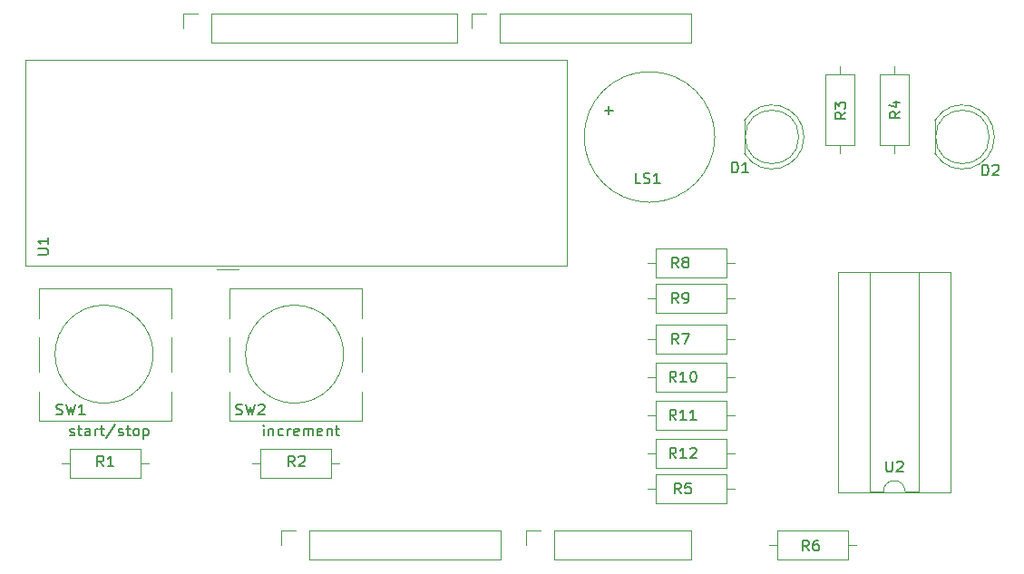
<source format=gbr>
%TF.GenerationSoftware,KiCad,Pcbnew,7.0.1*%
%TF.CreationDate,2023-04-11T21:22:03-06:00*%
%TF.ProjectId,Phase_A_UnoShield,50686173-655f-4415-9f55-6e6f53686965,rev?*%
%TF.SameCoordinates,Original*%
%TF.FileFunction,Legend,Top*%
%TF.FilePolarity,Positive*%
%FSLAX46Y46*%
G04 Gerber Fmt 4.6, Leading zero omitted, Abs format (unit mm)*
G04 Created by KiCad (PCBNEW 7.0.1) date 2023-04-11 21:22:03*
%MOMM*%
%LPD*%
G01*
G04 APERTURE LIST*
%ADD10C,0.150000*%
%ADD11C,0.120000*%
G04 APERTURE END LIST*
D10*
X106870476Y-87206000D02*
X106965714Y-87253619D01*
X106965714Y-87253619D02*
X107156190Y-87253619D01*
X107156190Y-87253619D02*
X107251428Y-87206000D01*
X107251428Y-87206000D02*
X107299047Y-87110761D01*
X107299047Y-87110761D02*
X107299047Y-87063142D01*
X107299047Y-87063142D02*
X107251428Y-86967904D01*
X107251428Y-86967904D02*
X107156190Y-86920285D01*
X107156190Y-86920285D02*
X107013333Y-86920285D01*
X107013333Y-86920285D02*
X106918095Y-86872666D01*
X106918095Y-86872666D02*
X106870476Y-86777428D01*
X106870476Y-86777428D02*
X106870476Y-86729809D01*
X106870476Y-86729809D02*
X106918095Y-86634571D01*
X106918095Y-86634571D02*
X107013333Y-86586952D01*
X107013333Y-86586952D02*
X107156190Y-86586952D01*
X107156190Y-86586952D02*
X107251428Y-86634571D01*
X107584762Y-86586952D02*
X107965714Y-86586952D01*
X107727619Y-86253619D02*
X107727619Y-87110761D01*
X107727619Y-87110761D02*
X107775238Y-87206000D01*
X107775238Y-87206000D02*
X107870476Y-87253619D01*
X107870476Y-87253619D02*
X107965714Y-87253619D01*
X108727619Y-87253619D02*
X108727619Y-86729809D01*
X108727619Y-86729809D02*
X108680000Y-86634571D01*
X108680000Y-86634571D02*
X108584762Y-86586952D01*
X108584762Y-86586952D02*
X108394286Y-86586952D01*
X108394286Y-86586952D02*
X108299048Y-86634571D01*
X108727619Y-87206000D02*
X108632381Y-87253619D01*
X108632381Y-87253619D02*
X108394286Y-87253619D01*
X108394286Y-87253619D02*
X108299048Y-87206000D01*
X108299048Y-87206000D02*
X108251429Y-87110761D01*
X108251429Y-87110761D02*
X108251429Y-87015523D01*
X108251429Y-87015523D02*
X108299048Y-86920285D01*
X108299048Y-86920285D02*
X108394286Y-86872666D01*
X108394286Y-86872666D02*
X108632381Y-86872666D01*
X108632381Y-86872666D02*
X108727619Y-86825047D01*
X109203810Y-87253619D02*
X109203810Y-86586952D01*
X109203810Y-86777428D02*
X109251429Y-86682190D01*
X109251429Y-86682190D02*
X109299048Y-86634571D01*
X109299048Y-86634571D02*
X109394286Y-86586952D01*
X109394286Y-86586952D02*
X109489524Y-86586952D01*
X109680001Y-86586952D02*
X110060953Y-86586952D01*
X109822858Y-86253619D02*
X109822858Y-87110761D01*
X109822858Y-87110761D02*
X109870477Y-87206000D01*
X109870477Y-87206000D02*
X109965715Y-87253619D01*
X109965715Y-87253619D02*
X110060953Y-87253619D01*
X111108572Y-86206000D02*
X110251430Y-87491714D01*
X111394287Y-87206000D02*
X111489525Y-87253619D01*
X111489525Y-87253619D02*
X111680001Y-87253619D01*
X111680001Y-87253619D02*
X111775239Y-87206000D01*
X111775239Y-87206000D02*
X111822858Y-87110761D01*
X111822858Y-87110761D02*
X111822858Y-87063142D01*
X111822858Y-87063142D02*
X111775239Y-86967904D01*
X111775239Y-86967904D02*
X111680001Y-86920285D01*
X111680001Y-86920285D02*
X111537144Y-86920285D01*
X111537144Y-86920285D02*
X111441906Y-86872666D01*
X111441906Y-86872666D02*
X111394287Y-86777428D01*
X111394287Y-86777428D02*
X111394287Y-86729809D01*
X111394287Y-86729809D02*
X111441906Y-86634571D01*
X111441906Y-86634571D02*
X111537144Y-86586952D01*
X111537144Y-86586952D02*
X111680001Y-86586952D01*
X111680001Y-86586952D02*
X111775239Y-86634571D01*
X112108573Y-86586952D02*
X112489525Y-86586952D01*
X112251430Y-86253619D02*
X112251430Y-87110761D01*
X112251430Y-87110761D02*
X112299049Y-87206000D01*
X112299049Y-87206000D02*
X112394287Y-87253619D01*
X112394287Y-87253619D02*
X112489525Y-87253619D01*
X112965716Y-87253619D02*
X112870478Y-87206000D01*
X112870478Y-87206000D02*
X112822859Y-87158380D01*
X112822859Y-87158380D02*
X112775240Y-87063142D01*
X112775240Y-87063142D02*
X112775240Y-86777428D01*
X112775240Y-86777428D02*
X112822859Y-86682190D01*
X112822859Y-86682190D02*
X112870478Y-86634571D01*
X112870478Y-86634571D02*
X112965716Y-86586952D01*
X112965716Y-86586952D02*
X113108573Y-86586952D01*
X113108573Y-86586952D02*
X113203811Y-86634571D01*
X113203811Y-86634571D02*
X113251430Y-86682190D01*
X113251430Y-86682190D02*
X113299049Y-86777428D01*
X113299049Y-86777428D02*
X113299049Y-87063142D01*
X113299049Y-87063142D02*
X113251430Y-87158380D01*
X113251430Y-87158380D02*
X113203811Y-87206000D01*
X113203811Y-87206000D02*
X113108573Y-87253619D01*
X113108573Y-87253619D02*
X112965716Y-87253619D01*
X113727621Y-86586952D02*
X113727621Y-87586952D01*
X113727621Y-86634571D02*
X113822859Y-86586952D01*
X113822859Y-86586952D02*
X114013335Y-86586952D01*
X114013335Y-86586952D02*
X114108573Y-86634571D01*
X114108573Y-86634571D02*
X114156192Y-86682190D01*
X114156192Y-86682190D02*
X114203811Y-86777428D01*
X114203811Y-86777428D02*
X114203811Y-87063142D01*
X114203811Y-87063142D02*
X114156192Y-87158380D01*
X114156192Y-87158380D02*
X114108573Y-87206000D01*
X114108573Y-87206000D02*
X114013335Y-87253619D01*
X114013335Y-87253619D02*
X113822859Y-87253619D01*
X113822859Y-87253619D02*
X113727621Y-87206000D01*
X124952095Y-87253619D02*
X124952095Y-86586952D01*
X124952095Y-86253619D02*
X124904476Y-86301238D01*
X124904476Y-86301238D02*
X124952095Y-86348857D01*
X124952095Y-86348857D02*
X124999714Y-86301238D01*
X124999714Y-86301238D02*
X124952095Y-86253619D01*
X124952095Y-86253619D02*
X124952095Y-86348857D01*
X125428285Y-86586952D02*
X125428285Y-87253619D01*
X125428285Y-86682190D02*
X125475904Y-86634571D01*
X125475904Y-86634571D02*
X125571142Y-86586952D01*
X125571142Y-86586952D02*
X125713999Y-86586952D01*
X125713999Y-86586952D02*
X125809237Y-86634571D01*
X125809237Y-86634571D02*
X125856856Y-86729809D01*
X125856856Y-86729809D02*
X125856856Y-87253619D01*
X126761618Y-87206000D02*
X126666380Y-87253619D01*
X126666380Y-87253619D02*
X126475904Y-87253619D01*
X126475904Y-87253619D02*
X126380666Y-87206000D01*
X126380666Y-87206000D02*
X126333047Y-87158380D01*
X126333047Y-87158380D02*
X126285428Y-87063142D01*
X126285428Y-87063142D02*
X126285428Y-86777428D01*
X126285428Y-86777428D02*
X126333047Y-86682190D01*
X126333047Y-86682190D02*
X126380666Y-86634571D01*
X126380666Y-86634571D02*
X126475904Y-86586952D01*
X126475904Y-86586952D02*
X126666380Y-86586952D01*
X126666380Y-86586952D02*
X126761618Y-86634571D01*
X127190190Y-87253619D02*
X127190190Y-86586952D01*
X127190190Y-86777428D02*
X127237809Y-86682190D01*
X127237809Y-86682190D02*
X127285428Y-86634571D01*
X127285428Y-86634571D02*
X127380666Y-86586952D01*
X127380666Y-86586952D02*
X127475904Y-86586952D01*
X128190190Y-87206000D02*
X128094952Y-87253619D01*
X128094952Y-87253619D02*
X127904476Y-87253619D01*
X127904476Y-87253619D02*
X127809238Y-87206000D01*
X127809238Y-87206000D02*
X127761619Y-87110761D01*
X127761619Y-87110761D02*
X127761619Y-86729809D01*
X127761619Y-86729809D02*
X127809238Y-86634571D01*
X127809238Y-86634571D02*
X127904476Y-86586952D01*
X127904476Y-86586952D02*
X128094952Y-86586952D01*
X128094952Y-86586952D02*
X128190190Y-86634571D01*
X128190190Y-86634571D02*
X128237809Y-86729809D01*
X128237809Y-86729809D02*
X128237809Y-86825047D01*
X128237809Y-86825047D02*
X127761619Y-86920285D01*
X128666381Y-87253619D02*
X128666381Y-86586952D01*
X128666381Y-86682190D02*
X128714000Y-86634571D01*
X128714000Y-86634571D02*
X128809238Y-86586952D01*
X128809238Y-86586952D02*
X128952095Y-86586952D01*
X128952095Y-86586952D02*
X129047333Y-86634571D01*
X129047333Y-86634571D02*
X129094952Y-86729809D01*
X129094952Y-86729809D02*
X129094952Y-87253619D01*
X129094952Y-86729809D02*
X129142571Y-86634571D01*
X129142571Y-86634571D02*
X129237809Y-86586952D01*
X129237809Y-86586952D02*
X129380666Y-86586952D01*
X129380666Y-86586952D02*
X129475905Y-86634571D01*
X129475905Y-86634571D02*
X129523524Y-86729809D01*
X129523524Y-86729809D02*
X129523524Y-87253619D01*
X130380666Y-87206000D02*
X130285428Y-87253619D01*
X130285428Y-87253619D02*
X130094952Y-87253619D01*
X130094952Y-87253619D02*
X129999714Y-87206000D01*
X129999714Y-87206000D02*
X129952095Y-87110761D01*
X129952095Y-87110761D02*
X129952095Y-86729809D01*
X129952095Y-86729809D02*
X129999714Y-86634571D01*
X129999714Y-86634571D02*
X130094952Y-86586952D01*
X130094952Y-86586952D02*
X130285428Y-86586952D01*
X130285428Y-86586952D02*
X130380666Y-86634571D01*
X130380666Y-86634571D02*
X130428285Y-86729809D01*
X130428285Y-86729809D02*
X130428285Y-86825047D01*
X130428285Y-86825047D02*
X129952095Y-86920285D01*
X130856857Y-86586952D02*
X130856857Y-87253619D01*
X130856857Y-86682190D02*
X130904476Y-86634571D01*
X130904476Y-86634571D02*
X130999714Y-86586952D01*
X130999714Y-86586952D02*
X131142571Y-86586952D01*
X131142571Y-86586952D02*
X131237809Y-86634571D01*
X131237809Y-86634571D02*
X131285428Y-86729809D01*
X131285428Y-86729809D02*
X131285428Y-87253619D01*
X131618762Y-86586952D02*
X131999714Y-86586952D01*
X131761619Y-86253619D02*
X131761619Y-87110761D01*
X131761619Y-87110761D02*
X131809238Y-87206000D01*
X131809238Y-87206000D02*
X131904476Y-87253619D01*
X131904476Y-87253619D02*
X131999714Y-87253619D01*
%TO.C,D2*%
X192047905Y-62946619D02*
X192047905Y-61946619D01*
X192047905Y-61946619D02*
X192286000Y-61946619D01*
X192286000Y-61946619D02*
X192428857Y-61994238D01*
X192428857Y-61994238D02*
X192524095Y-62089476D01*
X192524095Y-62089476D02*
X192571714Y-62184714D01*
X192571714Y-62184714D02*
X192619333Y-62375190D01*
X192619333Y-62375190D02*
X192619333Y-62518047D01*
X192619333Y-62518047D02*
X192571714Y-62708523D01*
X192571714Y-62708523D02*
X192524095Y-62803761D01*
X192524095Y-62803761D02*
X192428857Y-62899000D01*
X192428857Y-62899000D02*
X192286000Y-62946619D01*
X192286000Y-62946619D02*
X192047905Y-62946619D01*
X193000286Y-62041857D02*
X193047905Y-61994238D01*
X193047905Y-61994238D02*
X193143143Y-61946619D01*
X193143143Y-61946619D02*
X193381238Y-61946619D01*
X193381238Y-61946619D02*
X193476476Y-61994238D01*
X193476476Y-61994238D02*
X193524095Y-62041857D01*
X193524095Y-62041857D02*
X193571714Y-62137095D01*
X193571714Y-62137095D02*
X193571714Y-62232333D01*
X193571714Y-62232333D02*
X193524095Y-62375190D01*
X193524095Y-62375190D02*
X192952667Y-62946619D01*
X192952667Y-62946619D02*
X193571714Y-62946619D01*
%TO.C,U2*%
X183048095Y-89632619D02*
X183048095Y-90442142D01*
X183048095Y-90442142D02*
X183095714Y-90537380D01*
X183095714Y-90537380D02*
X183143333Y-90585000D01*
X183143333Y-90585000D02*
X183238571Y-90632619D01*
X183238571Y-90632619D02*
X183429047Y-90632619D01*
X183429047Y-90632619D02*
X183524285Y-90585000D01*
X183524285Y-90585000D02*
X183571904Y-90537380D01*
X183571904Y-90537380D02*
X183619523Y-90442142D01*
X183619523Y-90442142D02*
X183619523Y-89632619D01*
X184048095Y-89727857D02*
X184095714Y-89680238D01*
X184095714Y-89680238D02*
X184190952Y-89632619D01*
X184190952Y-89632619D02*
X184429047Y-89632619D01*
X184429047Y-89632619D02*
X184524285Y-89680238D01*
X184524285Y-89680238D02*
X184571904Y-89727857D01*
X184571904Y-89727857D02*
X184619523Y-89823095D01*
X184619523Y-89823095D02*
X184619523Y-89918333D01*
X184619523Y-89918333D02*
X184571904Y-90061190D01*
X184571904Y-90061190D02*
X184000476Y-90632619D01*
X184000476Y-90632619D02*
X184619523Y-90632619D01*
%TO.C,R8*%
X163663333Y-71582619D02*
X163330000Y-71106428D01*
X163091905Y-71582619D02*
X163091905Y-70582619D01*
X163091905Y-70582619D02*
X163472857Y-70582619D01*
X163472857Y-70582619D02*
X163568095Y-70630238D01*
X163568095Y-70630238D02*
X163615714Y-70677857D01*
X163615714Y-70677857D02*
X163663333Y-70773095D01*
X163663333Y-70773095D02*
X163663333Y-70915952D01*
X163663333Y-70915952D02*
X163615714Y-71011190D01*
X163615714Y-71011190D02*
X163568095Y-71058809D01*
X163568095Y-71058809D02*
X163472857Y-71106428D01*
X163472857Y-71106428D02*
X163091905Y-71106428D01*
X164234762Y-71011190D02*
X164139524Y-70963571D01*
X164139524Y-70963571D02*
X164091905Y-70915952D01*
X164091905Y-70915952D02*
X164044286Y-70820714D01*
X164044286Y-70820714D02*
X164044286Y-70773095D01*
X164044286Y-70773095D02*
X164091905Y-70677857D01*
X164091905Y-70677857D02*
X164139524Y-70630238D01*
X164139524Y-70630238D02*
X164234762Y-70582619D01*
X164234762Y-70582619D02*
X164425238Y-70582619D01*
X164425238Y-70582619D02*
X164520476Y-70630238D01*
X164520476Y-70630238D02*
X164568095Y-70677857D01*
X164568095Y-70677857D02*
X164615714Y-70773095D01*
X164615714Y-70773095D02*
X164615714Y-70820714D01*
X164615714Y-70820714D02*
X164568095Y-70915952D01*
X164568095Y-70915952D02*
X164520476Y-70963571D01*
X164520476Y-70963571D02*
X164425238Y-71011190D01*
X164425238Y-71011190D02*
X164234762Y-71011190D01*
X164234762Y-71011190D02*
X164139524Y-71058809D01*
X164139524Y-71058809D02*
X164091905Y-71106428D01*
X164091905Y-71106428D02*
X164044286Y-71201666D01*
X164044286Y-71201666D02*
X164044286Y-71392142D01*
X164044286Y-71392142D02*
X164091905Y-71487380D01*
X164091905Y-71487380D02*
X164139524Y-71535000D01*
X164139524Y-71535000D02*
X164234762Y-71582619D01*
X164234762Y-71582619D02*
X164425238Y-71582619D01*
X164425238Y-71582619D02*
X164520476Y-71535000D01*
X164520476Y-71535000D02*
X164568095Y-71487380D01*
X164568095Y-71487380D02*
X164615714Y-71392142D01*
X164615714Y-71392142D02*
X164615714Y-71201666D01*
X164615714Y-71201666D02*
X164568095Y-71106428D01*
X164568095Y-71106428D02*
X164520476Y-71058809D01*
X164520476Y-71058809D02*
X164425238Y-71011190D01*
%TO.C,R5*%
X163917333Y-92664619D02*
X163584000Y-92188428D01*
X163345905Y-92664619D02*
X163345905Y-91664619D01*
X163345905Y-91664619D02*
X163726857Y-91664619D01*
X163726857Y-91664619D02*
X163822095Y-91712238D01*
X163822095Y-91712238D02*
X163869714Y-91759857D01*
X163869714Y-91759857D02*
X163917333Y-91855095D01*
X163917333Y-91855095D02*
X163917333Y-91997952D01*
X163917333Y-91997952D02*
X163869714Y-92093190D01*
X163869714Y-92093190D02*
X163822095Y-92140809D01*
X163822095Y-92140809D02*
X163726857Y-92188428D01*
X163726857Y-92188428D02*
X163345905Y-92188428D01*
X164822095Y-91664619D02*
X164345905Y-91664619D01*
X164345905Y-91664619D02*
X164298286Y-92140809D01*
X164298286Y-92140809D02*
X164345905Y-92093190D01*
X164345905Y-92093190D02*
X164441143Y-92045571D01*
X164441143Y-92045571D02*
X164679238Y-92045571D01*
X164679238Y-92045571D02*
X164774476Y-92093190D01*
X164774476Y-92093190D02*
X164822095Y-92140809D01*
X164822095Y-92140809D02*
X164869714Y-92236047D01*
X164869714Y-92236047D02*
X164869714Y-92474142D01*
X164869714Y-92474142D02*
X164822095Y-92569380D01*
X164822095Y-92569380D02*
X164774476Y-92617000D01*
X164774476Y-92617000D02*
X164679238Y-92664619D01*
X164679238Y-92664619D02*
X164441143Y-92664619D01*
X164441143Y-92664619D02*
X164345905Y-92617000D01*
X164345905Y-92617000D02*
X164298286Y-92569380D01*
%TO.C,D1*%
X168679905Y-62692619D02*
X168679905Y-61692619D01*
X168679905Y-61692619D02*
X168918000Y-61692619D01*
X168918000Y-61692619D02*
X169060857Y-61740238D01*
X169060857Y-61740238D02*
X169156095Y-61835476D01*
X169156095Y-61835476D02*
X169203714Y-61930714D01*
X169203714Y-61930714D02*
X169251333Y-62121190D01*
X169251333Y-62121190D02*
X169251333Y-62264047D01*
X169251333Y-62264047D02*
X169203714Y-62454523D01*
X169203714Y-62454523D02*
X169156095Y-62549761D01*
X169156095Y-62549761D02*
X169060857Y-62645000D01*
X169060857Y-62645000D02*
X168918000Y-62692619D01*
X168918000Y-62692619D02*
X168679905Y-62692619D01*
X170203714Y-62692619D02*
X169632286Y-62692619D01*
X169918000Y-62692619D02*
X169918000Y-61692619D01*
X169918000Y-61692619D02*
X169822762Y-61835476D01*
X169822762Y-61835476D02*
X169727524Y-61930714D01*
X169727524Y-61930714D02*
X169632286Y-61978333D01*
%TO.C,R1*%
X109993333Y-90124619D02*
X109660000Y-89648428D01*
X109421905Y-90124619D02*
X109421905Y-89124619D01*
X109421905Y-89124619D02*
X109802857Y-89124619D01*
X109802857Y-89124619D02*
X109898095Y-89172238D01*
X109898095Y-89172238D02*
X109945714Y-89219857D01*
X109945714Y-89219857D02*
X109993333Y-89315095D01*
X109993333Y-89315095D02*
X109993333Y-89457952D01*
X109993333Y-89457952D02*
X109945714Y-89553190D01*
X109945714Y-89553190D02*
X109898095Y-89600809D01*
X109898095Y-89600809D02*
X109802857Y-89648428D01*
X109802857Y-89648428D02*
X109421905Y-89648428D01*
X110945714Y-90124619D02*
X110374286Y-90124619D01*
X110660000Y-90124619D02*
X110660000Y-89124619D01*
X110660000Y-89124619D02*
X110564762Y-89267476D01*
X110564762Y-89267476D02*
X110469524Y-89362714D01*
X110469524Y-89362714D02*
X110374286Y-89410333D01*
%TO.C,LS1*%
X160139142Y-63708619D02*
X159662952Y-63708619D01*
X159662952Y-63708619D02*
X159662952Y-62708619D01*
X160424857Y-63661000D02*
X160567714Y-63708619D01*
X160567714Y-63708619D02*
X160805809Y-63708619D01*
X160805809Y-63708619D02*
X160901047Y-63661000D01*
X160901047Y-63661000D02*
X160948666Y-63613380D01*
X160948666Y-63613380D02*
X160996285Y-63518142D01*
X160996285Y-63518142D02*
X160996285Y-63422904D01*
X160996285Y-63422904D02*
X160948666Y-63327666D01*
X160948666Y-63327666D02*
X160901047Y-63280047D01*
X160901047Y-63280047D02*
X160805809Y-63232428D01*
X160805809Y-63232428D02*
X160615333Y-63184809D01*
X160615333Y-63184809D02*
X160520095Y-63137190D01*
X160520095Y-63137190D02*
X160472476Y-63089571D01*
X160472476Y-63089571D02*
X160424857Y-62994333D01*
X160424857Y-62994333D02*
X160424857Y-62899095D01*
X160424857Y-62899095D02*
X160472476Y-62803857D01*
X160472476Y-62803857D02*
X160520095Y-62756238D01*
X160520095Y-62756238D02*
X160615333Y-62708619D01*
X160615333Y-62708619D02*
X160853428Y-62708619D01*
X160853428Y-62708619D02*
X160996285Y-62756238D01*
X161948666Y-63708619D02*
X161377238Y-63708619D01*
X161662952Y-63708619D02*
X161662952Y-62708619D01*
X161662952Y-62708619D02*
X161567714Y-62851476D01*
X161567714Y-62851476D02*
X161472476Y-62946714D01*
X161472476Y-62946714D02*
X161377238Y-62994333D01*
X156769048Y-56901666D02*
X157530953Y-56901666D01*
X157150000Y-57282619D02*
X157150000Y-56520714D01*
%TO.C,R2*%
X127849333Y-90124619D02*
X127516000Y-89648428D01*
X127277905Y-90124619D02*
X127277905Y-89124619D01*
X127277905Y-89124619D02*
X127658857Y-89124619D01*
X127658857Y-89124619D02*
X127754095Y-89172238D01*
X127754095Y-89172238D02*
X127801714Y-89219857D01*
X127801714Y-89219857D02*
X127849333Y-89315095D01*
X127849333Y-89315095D02*
X127849333Y-89457952D01*
X127849333Y-89457952D02*
X127801714Y-89553190D01*
X127801714Y-89553190D02*
X127754095Y-89600809D01*
X127754095Y-89600809D02*
X127658857Y-89648428D01*
X127658857Y-89648428D02*
X127277905Y-89648428D01*
X128230286Y-89219857D02*
X128277905Y-89172238D01*
X128277905Y-89172238D02*
X128373143Y-89124619D01*
X128373143Y-89124619D02*
X128611238Y-89124619D01*
X128611238Y-89124619D02*
X128706476Y-89172238D01*
X128706476Y-89172238D02*
X128754095Y-89219857D01*
X128754095Y-89219857D02*
X128801714Y-89315095D01*
X128801714Y-89315095D02*
X128801714Y-89410333D01*
X128801714Y-89410333D02*
X128754095Y-89553190D01*
X128754095Y-89553190D02*
X128182667Y-90124619D01*
X128182667Y-90124619D02*
X128801714Y-90124619D01*
%TO.C,SW1*%
X105600667Y-85251000D02*
X105743524Y-85298619D01*
X105743524Y-85298619D02*
X105981619Y-85298619D01*
X105981619Y-85298619D02*
X106076857Y-85251000D01*
X106076857Y-85251000D02*
X106124476Y-85203380D01*
X106124476Y-85203380D02*
X106172095Y-85108142D01*
X106172095Y-85108142D02*
X106172095Y-85012904D01*
X106172095Y-85012904D02*
X106124476Y-84917666D01*
X106124476Y-84917666D02*
X106076857Y-84870047D01*
X106076857Y-84870047D02*
X105981619Y-84822428D01*
X105981619Y-84822428D02*
X105791143Y-84774809D01*
X105791143Y-84774809D02*
X105695905Y-84727190D01*
X105695905Y-84727190D02*
X105648286Y-84679571D01*
X105648286Y-84679571D02*
X105600667Y-84584333D01*
X105600667Y-84584333D02*
X105600667Y-84489095D01*
X105600667Y-84489095D02*
X105648286Y-84393857D01*
X105648286Y-84393857D02*
X105695905Y-84346238D01*
X105695905Y-84346238D02*
X105791143Y-84298619D01*
X105791143Y-84298619D02*
X106029238Y-84298619D01*
X106029238Y-84298619D02*
X106172095Y-84346238D01*
X106505429Y-84298619D02*
X106743524Y-85298619D01*
X106743524Y-85298619D02*
X106934000Y-84584333D01*
X106934000Y-84584333D02*
X107124476Y-85298619D01*
X107124476Y-85298619D02*
X107362572Y-84298619D01*
X108267333Y-85298619D02*
X107695905Y-85298619D01*
X107981619Y-85298619D02*
X107981619Y-84298619D01*
X107981619Y-84298619D02*
X107886381Y-84441476D01*
X107886381Y-84441476D02*
X107791143Y-84536714D01*
X107791143Y-84536714D02*
X107695905Y-84584333D01*
%TO.C,SW2*%
X122364667Y-85251000D02*
X122507524Y-85298619D01*
X122507524Y-85298619D02*
X122745619Y-85298619D01*
X122745619Y-85298619D02*
X122840857Y-85251000D01*
X122840857Y-85251000D02*
X122888476Y-85203380D01*
X122888476Y-85203380D02*
X122936095Y-85108142D01*
X122936095Y-85108142D02*
X122936095Y-85012904D01*
X122936095Y-85012904D02*
X122888476Y-84917666D01*
X122888476Y-84917666D02*
X122840857Y-84870047D01*
X122840857Y-84870047D02*
X122745619Y-84822428D01*
X122745619Y-84822428D02*
X122555143Y-84774809D01*
X122555143Y-84774809D02*
X122459905Y-84727190D01*
X122459905Y-84727190D02*
X122412286Y-84679571D01*
X122412286Y-84679571D02*
X122364667Y-84584333D01*
X122364667Y-84584333D02*
X122364667Y-84489095D01*
X122364667Y-84489095D02*
X122412286Y-84393857D01*
X122412286Y-84393857D02*
X122459905Y-84346238D01*
X122459905Y-84346238D02*
X122555143Y-84298619D01*
X122555143Y-84298619D02*
X122793238Y-84298619D01*
X122793238Y-84298619D02*
X122936095Y-84346238D01*
X123269429Y-84298619D02*
X123507524Y-85298619D01*
X123507524Y-85298619D02*
X123698000Y-84584333D01*
X123698000Y-84584333D02*
X123888476Y-85298619D01*
X123888476Y-85298619D02*
X124126572Y-84298619D01*
X124459905Y-84393857D02*
X124507524Y-84346238D01*
X124507524Y-84346238D02*
X124602762Y-84298619D01*
X124602762Y-84298619D02*
X124840857Y-84298619D01*
X124840857Y-84298619D02*
X124936095Y-84346238D01*
X124936095Y-84346238D02*
X124983714Y-84393857D01*
X124983714Y-84393857D02*
X125031333Y-84489095D01*
X125031333Y-84489095D02*
X125031333Y-84584333D01*
X125031333Y-84584333D02*
X124983714Y-84727190D01*
X124983714Y-84727190D02*
X124412286Y-85298619D01*
X124412286Y-85298619D02*
X125031333Y-85298619D01*
%TO.C,U1*%
X103856619Y-70357904D02*
X104666142Y-70357904D01*
X104666142Y-70357904D02*
X104761380Y-70310285D01*
X104761380Y-70310285D02*
X104809000Y-70262666D01*
X104809000Y-70262666D02*
X104856619Y-70167428D01*
X104856619Y-70167428D02*
X104856619Y-69976952D01*
X104856619Y-69976952D02*
X104809000Y-69881714D01*
X104809000Y-69881714D02*
X104761380Y-69834095D01*
X104761380Y-69834095D02*
X104666142Y-69786476D01*
X104666142Y-69786476D02*
X103856619Y-69786476D01*
X104856619Y-68786476D02*
X104856619Y-69357904D01*
X104856619Y-69072190D02*
X103856619Y-69072190D01*
X103856619Y-69072190D02*
X103999476Y-69167428D01*
X103999476Y-69167428D02*
X104094714Y-69262666D01*
X104094714Y-69262666D02*
X104142333Y-69357904D01*
%TO.C,R12*%
X163441142Y-89362619D02*
X163107809Y-88886428D01*
X162869714Y-89362619D02*
X162869714Y-88362619D01*
X162869714Y-88362619D02*
X163250666Y-88362619D01*
X163250666Y-88362619D02*
X163345904Y-88410238D01*
X163345904Y-88410238D02*
X163393523Y-88457857D01*
X163393523Y-88457857D02*
X163441142Y-88553095D01*
X163441142Y-88553095D02*
X163441142Y-88695952D01*
X163441142Y-88695952D02*
X163393523Y-88791190D01*
X163393523Y-88791190D02*
X163345904Y-88838809D01*
X163345904Y-88838809D02*
X163250666Y-88886428D01*
X163250666Y-88886428D02*
X162869714Y-88886428D01*
X164393523Y-89362619D02*
X163822095Y-89362619D01*
X164107809Y-89362619D02*
X164107809Y-88362619D01*
X164107809Y-88362619D02*
X164012571Y-88505476D01*
X164012571Y-88505476D02*
X163917333Y-88600714D01*
X163917333Y-88600714D02*
X163822095Y-88648333D01*
X164774476Y-88457857D02*
X164822095Y-88410238D01*
X164822095Y-88410238D02*
X164917333Y-88362619D01*
X164917333Y-88362619D02*
X165155428Y-88362619D01*
X165155428Y-88362619D02*
X165250666Y-88410238D01*
X165250666Y-88410238D02*
X165298285Y-88457857D01*
X165298285Y-88457857D02*
X165345904Y-88553095D01*
X165345904Y-88553095D02*
X165345904Y-88648333D01*
X165345904Y-88648333D02*
X165298285Y-88791190D01*
X165298285Y-88791190D02*
X164726857Y-89362619D01*
X164726857Y-89362619D02*
X165345904Y-89362619D01*
%TO.C,R10*%
X163441142Y-82250619D02*
X163107809Y-81774428D01*
X162869714Y-82250619D02*
X162869714Y-81250619D01*
X162869714Y-81250619D02*
X163250666Y-81250619D01*
X163250666Y-81250619D02*
X163345904Y-81298238D01*
X163345904Y-81298238D02*
X163393523Y-81345857D01*
X163393523Y-81345857D02*
X163441142Y-81441095D01*
X163441142Y-81441095D02*
X163441142Y-81583952D01*
X163441142Y-81583952D02*
X163393523Y-81679190D01*
X163393523Y-81679190D02*
X163345904Y-81726809D01*
X163345904Y-81726809D02*
X163250666Y-81774428D01*
X163250666Y-81774428D02*
X162869714Y-81774428D01*
X164393523Y-82250619D02*
X163822095Y-82250619D01*
X164107809Y-82250619D02*
X164107809Y-81250619D01*
X164107809Y-81250619D02*
X164012571Y-81393476D01*
X164012571Y-81393476D02*
X163917333Y-81488714D01*
X163917333Y-81488714D02*
X163822095Y-81536333D01*
X165012571Y-81250619D02*
X165107809Y-81250619D01*
X165107809Y-81250619D02*
X165203047Y-81298238D01*
X165203047Y-81298238D02*
X165250666Y-81345857D01*
X165250666Y-81345857D02*
X165298285Y-81441095D01*
X165298285Y-81441095D02*
X165345904Y-81631571D01*
X165345904Y-81631571D02*
X165345904Y-81869666D01*
X165345904Y-81869666D02*
X165298285Y-82060142D01*
X165298285Y-82060142D02*
X165250666Y-82155380D01*
X165250666Y-82155380D02*
X165203047Y-82203000D01*
X165203047Y-82203000D02*
X165107809Y-82250619D01*
X165107809Y-82250619D02*
X165012571Y-82250619D01*
X165012571Y-82250619D02*
X164917333Y-82203000D01*
X164917333Y-82203000D02*
X164869714Y-82155380D01*
X164869714Y-82155380D02*
X164822095Y-82060142D01*
X164822095Y-82060142D02*
X164774476Y-81869666D01*
X164774476Y-81869666D02*
X164774476Y-81631571D01*
X164774476Y-81631571D02*
X164822095Y-81441095D01*
X164822095Y-81441095D02*
X164869714Y-81345857D01*
X164869714Y-81345857D02*
X164917333Y-81298238D01*
X164917333Y-81298238D02*
X165012571Y-81250619D01*
%TO.C,R9*%
X163663333Y-74884619D02*
X163330000Y-74408428D01*
X163091905Y-74884619D02*
X163091905Y-73884619D01*
X163091905Y-73884619D02*
X163472857Y-73884619D01*
X163472857Y-73884619D02*
X163568095Y-73932238D01*
X163568095Y-73932238D02*
X163615714Y-73979857D01*
X163615714Y-73979857D02*
X163663333Y-74075095D01*
X163663333Y-74075095D02*
X163663333Y-74217952D01*
X163663333Y-74217952D02*
X163615714Y-74313190D01*
X163615714Y-74313190D02*
X163568095Y-74360809D01*
X163568095Y-74360809D02*
X163472857Y-74408428D01*
X163472857Y-74408428D02*
X163091905Y-74408428D01*
X164139524Y-74884619D02*
X164330000Y-74884619D01*
X164330000Y-74884619D02*
X164425238Y-74837000D01*
X164425238Y-74837000D02*
X164472857Y-74789380D01*
X164472857Y-74789380D02*
X164568095Y-74646523D01*
X164568095Y-74646523D02*
X164615714Y-74456047D01*
X164615714Y-74456047D02*
X164615714Y-74075095D01*
X164615714Y-74075095D02*
X164568095Y-73979857D01*
X164568095Y-73979857D02*
X164520476Y-73932238D01*
X164520476Y-73932238D02*
X164425238Y-73884619D01*
X164425238Y-73884619D02*
X164234762Y-73884619D01*
X164234762Y-73884619D02*
X164139524Y-73932238D01*
X164139524Y-73932238D02*
X164091905Y-73979857D01*
X164091905Y-73979857D02*
X164044286Y-74075095D01*
X164044286Y-74075095D02*
X164044286Y-74313190D01*
X164044286Y-74313190D02*
X164091905Y-74408428D01*
X164091905Y-74408428D02*
X164139524Y-74456047D01*
X164139524Y-74456047D02*
X164234762Y-74503666D01*
X164234762Y-74503666D02*
X164425238Y-74503666D01*
X164425238Y-74503666D02*
X164520476Y-74456047D01*
X164520476Y-74456047D02*
X164568095Y-74408428D01*
X164568095Y-74408428D02*
X164615714Y-74313190D01*
%TO.C,R6*%
X175855333Y-97998619D02*
X175522000Y-97522428D01*
X175283905Y-97998619D02*
X175283905Y-96998619D01*
X175283905Y-96998619D02*
X175664857Y-96998619D01*
X175664857Y-96998619D02*
X175760095Y-97046238D01*
X175760095Y-97046238D02*
X175807714Y-97093857D01*
X175807714Y-97093857D02*
X175855333Y-97189095D01*
X175855333Y-97189095D02*
X175855333Y-97331952D01*
X175855333Y-97331952D02*
X175807714Y-97427190D01*
X175807714Y-97427190D02*
X175760095Y-97474809D01*
X175760095Y-97474809D02*
X175664857Y-97522428D01*
X175664857Y-97522428D02*
X175283905Y-97522428D01*
X176712476Y-96998619D02*
X176522000Y-96998619D01*
X176522000Y-96998619D02*
X176426762Y-97046238D01*
X176426762Y-97046238D02*
X176379143Y-97093857D01*
X176379143Y-97093857D02*
X176283905Y-97236714D01*
X176283905Y-97236714D02*
X176236286Y-97427190D01*
X176236286Y-97427190D02*
X176236286Y-97808142D01*
X176236286Y-97808142D02*
X176283905Y-97903380D01*
X176283905Y-97903380D02*
X176331524Y-97951000D01*
X176331524Y-97951000D02*
X176426762Y-97998619D01*
X176426762Y-97998619D02*
X176617238Y-97998619D01*
X176617238Y-97998619D02*
X176712476Y-97951000D01*
X176712476Y-97951000D02*
X176760095Y-97903380D01*
X176760095Y-97903380D02*
X176807714Y-97808142D01*
X176807714Y-97808142D02*
X176807714Y-97570047D01*
X176807714Y-97570047D02*
X176760095Y-97474809D01*
X176760095Y-97474809D02*
X176712476Y-97427190D01*
X176712476Y-97427190D02*
X176617238Y-97379571D01*
X176617238Y-97379571D02*
X176426762Y-97379571D01*
X176426762Y-97379571D02*
X176331524Y-97427190D01*
X176331524Y-97427190D02*
X176283905Y-97474809D01*
X176283905Y-97474809D02*
X176236286Y-97570047D01*
%TO.C,R3*%
X179278619Y-57062666D02*
X178802428Y-57395999D01*
X179278619Y-57634094D02*
X178278619Y-57634094D01*
X178278619Y-57634094D02*
X178278619Y-57253142D01*
X178278619Y-57253142D02*
X178326238Y-57157904D01*
X178326238Y-57157904D02*
X178373857Y-57110285D01*
X178373857Y-57110285D02*
X178469095Y-57062666D01*
X178469095Y-57062666D02*
X178611952Y-57062666D01*
X178611952Y-57062666D02*
X178707190Y-57110285D01*
X178707190Y-57110285D02*
X178754809Y-57157904D01*
X178754809Y-57157904D02*
X178802428Y-57253142D01*
X178802428Y-57253142D02*
X178802428Y-57634094D01*
X178278619Y-56729332D02*
X178278619Y-56110285D01*
X178278619Y-56110285D02*
X178659571Y-56443618D01*
X178659571Y-56443618D02*
X178659571Y-56300761D01*
X178659571Y-56300761D02*
X178707190Y-56205523D01*
X178707190Y-56205523D02*
X178754809Y-56157904D01*
X178754809Y-56157904D02*
X178850047Y-56110285D01*
X178850047Y-56110285D02*
X179088142Y-56110285D01*
X179088142Y-56110285D02*
X179183380Y-56157904D01*
X179183380Y-56157904D02*
X179231000Y-56205523D01*
X179231000Y-56205523D02*
X179278619Y-56300761D01*
X179278619Y-56300761D02*
X179278619Y-56586475D01*
X179278619Y-56586475D02*
X179231000Y-56681713D01*
X179231000Y-56681713D02*
X179183380Y-56729332D01*
%TO.C,R7*%
X163663333Y-78694619D02*
X163330000Y-78218428D01*
X163091905Y-78694619D02*
X163091905Y-77694619D01*
X163091905Y-77694619D02*
X163472857Y-77694619D01*
X163472857Y-77694619D02*
X163568095Y-77742238D01*
X163568095Y-77742238D02*
X163615714Y-77789857D01*
X163615714Y-77789857D02*
X163663333Y-77885095D01*
X163663333Y-77885095D02*
X163663333Y-78027952D01*
X163663333Y-78027952D02*
X163615714Y-78123190D01*
X163615714Y-78123190D02*
X163568095Y-78170809D01*
X163568095Y-78170809D02*
X163472857Y-78218428D01*
X163472857Y-78218428D02*
X163091905Y-78218428D01*
X163996667Y-77694619D02*
X164663333Y-77694619D01*
X164663333Y-77694619D02*
X164234762Y-78694619D01*
%TO.C,R11*%
X163441142Y-85806619D02*
X163107809Y-85330428D01*
X162869714Y-85806619D02*
X162869714Y-84806619D01*
X162869714Y-84806619D02*
X163250666Y-84806619D01*
X163250666Y-84806619D02*
X163345904Y-84854238D01*
X163345904Y-84854238D02*
X163393523Y-84901857D01*
X163393523Y-84901857D02*
X163441142Y-84997095D01*
X163441142Y-84997095D02*
X163441142Y-85139952D01*
X163441142Y-85139952D02*
X163393523Y-85235190D01*
X163393523Y-85235190D02*
X163345904Y-85282809D01*
X163345904Y-85282809D02*
X163250666Y-85330428D01*
X163250666Y-85330428D02*
X162869714Y-85330428D01*
X164393523Y-85806619D02*
X163822095Y-85806619D01*
X164107809Y-85806619D02*
X164107809Y-84806619D01*
X164107809Y-84806619D02*
X164012571Y-84949476D01*
X164012571Y-84949476D02*
X163917333Y-85044714D01*
X163917333Y-85044714D02*
X163822095Y-85092333D01*
X165345904Y-85806619D02*
X164774476Y-85806619D01*
X165060190Y-85806619D02*
X165060190Y-84806619D01*
X165060190Y-84806619D02*
X164964952Y-84949476D01*
X164964952Y-84949476D02*
X164869714Y-85044714D01*
X164869714Y-85044714D02*
X164774476Y-85092333D01*
%TO.C,R4*%
X184358619Y-56986666D02*
X183882428Y-57319999D01*
X184358619Y-57558094D02*
X183358619Y-57558094D01*
X183358619Y-57558094D02*
X183358619Y-57177142D01*
X183358619Y-57177142D02*
X183406238Y-57081904D01*
X183406238Y-57081904D02*
X183453857Y-57034285D01*
X183453857Y-57034285D02*
X183549095Y-56986666D01*
X183549095Y-56986666D02*
X183691952Y-56986666D01*
X183691952Y-56986666D02*
X183787190Y-57034285D01*
X183787190Y-57034285D02*
X183834809Y-57081904D01*
X183834809Y-57081904D02*
X183882428Y-57177142D01*
X183882428Y-57177142D02*
X183882428Y-57558094D01*
X183691952Y-56129523D02*
X184358619Y-56129523D01*
X183311000Y-56367618D02*
X184025285Y-56605713D01*
X184025285Y-56605713D02*
X184025285Y-55986666D01*
D11*
%TO.C,J1*%
X129210000Y-98790000D02*
X147050000Y-98790000D01*
X129210000Y-98790000D02*
X129210000Y-96130000D01*
X147050000Y-98790000D02*
X147050000Y-96130000D01*
X126610000Y-97460000D02*
X126610000Y-96130000D01*
X126610000Y-96130000D02*
X127940000Y-96130000D01*
X129210000Y-96130000D02*
X147050000Y-96130000D01*
%TO.C,J3*%
X152070000Y-98790000D02*
X164830000Y-98790000D01*
X152070000Y-98790000D02*
X152070000Y-96130000D01*
X164830000Y-98790000D02*
X164830000Y-96130000D01*
X149470000Y-97460000D02*
X149470000Y-96130000D01*
X149470000Y-96130000D02*
X150800000Y-96130000D01*
X152070000Y-96130000D02*
X164830000Y-96130000D01*
%TO.C,J2*%
X120066000Y-50530000D02*
X142986000Y-50530000D01*
X120066000Y-50530000D02*
X120066000Y-47870000D01*
X142986000Y-50530000D02*
X142986000Y-47870000D01*
X117466000Y-49200000D02*
X117466000Y-47870000D01*
X117466000Y-47870000D02*
X118796000Y-47870000D01*
X120066000Y-47870000D02*
X142986000Y-47870000D01*
%TO.C,J4*%
X146990000Y-50530000D02*
X164830000Y-50530000D01*
X146990000Y-50530000D02*
X146990000Y-47870000D01*
X164830000Y-50530000D02*
X164830000Y-47870000D01*
X144390000Y-49200000D02*
X144390000Y-47870000D01*
X144390000Y-47870000D02*
X145720000Y-47870000D01*
X146990000Y-47870000D02*
X164830000Y-47870000D01*
%TO.C,D2*%
X187610000Y-57815000D02*
X187610000Y-60905000D01*
X193159999Y-59360462D02*
G75*
G03*
X187610001Y-57815170I-2989999J462D01*
G01*
X187610000Y-60904830D02*
G75*
G03*
X193160000Y-59359538I2560000J1544830D01*
G01*
X192670000Y-59360000D02*
G75*
G03*
X192670000Y-59360000I-2500000J0D01*
G01*
%TO.C,U2*%
X189060000Y-92510000D02*
X189060000Y-71950000D01*
X189060000Y-71950000D02*
X178560000Y-71950000D01*
X186060000Y-92450000D02*
X186060000Y-72010000D01*
X186060000Y-72010000D02*
X181560000Y-72010000D01*
X184810000Y-92450000D02*
X186060000Y-92450000D01*
X181560000Y-92450000D02*
X182810000Y-92450000D01*
X181560000Y-72010000D02*
X181560000Y-92450000D01*
X178560000Y-92510000D02*
X189060000Y-92510000D01*
X178560000Y-71950000D02*
X178560000Y-92510000D01*
X184810000Y-92450000D02*
G75*
G03*
X182810000Y-92450000I-1000000J0D01*
G01*
%TO.C,R8*%
X168886000Y-71120000D02*
X168116000Y-71120000D01*
X168116000Y-72490000D02*
X168116000Y-69750000D01*
X168116000Y-69750000D02*
X161576000Y-69750000D01*
X161576000Y-72490000D02*
X168116000Y-72490000D01*
X161576000Y-69750000D02*
X161576000Y-72490000D01*
X160806000Y-71120000D02*
X161576000Y-71120000D01*
%TO.C,R5*%
X168886000Y-92202000D02*
X168116000Y-92202000D01*
X168116000Y-93572000D02*
X168116000Y-90832000D01*
X168116000Y-90832000D02*
X161576000Y-90832000D01*
X161576000Y-93572000D02*
X168116000Y-93572000D01*
X161576000Y-90832000D02*
X161576000Y-93572000D01*
X160806000Y-92202000D02*
X161576000Y-92202000D01*
%TO.C,D1*%
X169830000Y-57815000D02*
X169830000Y-60905000D01*
X175379999Y-59360462D02*
G75*
G03*
X169830001Y-57815170I-2989999J462D01*
G01*
X169830000Y-60904830D02*
G75*
G03*
X175380000Y-59359538I2560000J1544830D01*
G01*
X174890000Y-59360000D02*
G75*
G03*
X174890000Y-59360000I-2500000J0D01*
G01*
%TO.C,R1*%
X106120000Y-89840000D02*
X106890000Y-89840000D01*
X106890000Y-88470000D02*
X106890000Y-91210000D01*
X106890000Y-91210000D02*
X113430000Y-91210000D01*
X113430000Y-88470000D02*
X106890000Y-88470000D01*
X113430000Y-91210000D02*
X113430000Y-88470000D01*
X114200000Y-89840000D02*
X113430000Y-89840000D01*
%TO.C,LS1*%
X167060000Y-59360000D02*
G75*
G03*
X167060000Y-59360000I-6100000J0D01*
G01*
%TO.C,R2*%
X123900000Y-89840000D02*
X124670000Y-89840000D01*
X124670000Y-88470000D02*
X124670000Y-91210000D01*
X124670000Y-91210000D02*
X131210000Y-91210000D01*
X131210000Y-88470000D02*
X124670000Y-88470000D01*
X131210000Y-91210000D02*
X131210000Y-88470000D01*
X131980000Y-89840000D02*
X131210000Y-89840000D01*
%TO.C,SW1*%
X116300000Y-85830000D02*
X104000000Y-85830000D01*
X116300000Y-83110000D02*
X116300000Y-85830000D01*
X116300000Y-78110000D02*
X116300000Y-81250000D01*
X116300000Y-73530000D02*
X116300000Y-76250000D01*
X104000000Y-85830000D02*
X104000000Y-83110000D01*
X104000000Y-81250000D02*
X104000000Y-78110000D01*
X104000000Y-76250000D02*
X104000000Y-73530000D01*
X104000000Y-73530000D02*
X116300000Y-73530000D01*
X114629050Y-79640000D02*
G75*
G03*
X114629050Y-79640000I-4579050J0D01*
G01*
%TO.C,SW2*%
X134080000Y-85830000D02*
X121780000Y-85830000D01*
X134080000Y-83110000D02*
X134080000Y-85830000D01*
X134080000Y-78110000D02*
X134080000Y-81250000D01*
X134080000Y-73530000D02*
X134080000Y-76250000D01*
X121780000Y-85830000D02*
X121780000Y-83110000D01*
X121780000Y-81250000D02*
X121780000Y-78110000D01*
X121780000Y-76250000D02*
X121780000Y-73530000D01*
X121780000Y-73530000D02*
X134080000Y-73530000D01*
X132409050Y-79640000D02*
G75*
G03*
X132409050Y-79640000I-4579050J0D01*
G01*
%TO.C,U1*%
X120590000Y-71757500D02*
X122590000Y-71757500D01*
X102670000Y-71377500D02*
X153210000Y-71377500D01*
X102670000Y-71377500D02*
X102670000Y-52137500D01*
X153210000Y-71377500D02*
X153210000Y-52137500D01*
X153210000Y-52137500D02*
X102670000Y-52137500D01*
%TO.C,R12*%
X168886000Y-88900000D02*
X168116000Y-88900000D01*
X168116000Y-90270000D02*
X168116000Y-87530000D01*
X168116000Y-87530000D02*
X161576000Y-87530000D01*
X161576000Y-90270000D02*
X168116000Y-90270000D01*
X161576000Y-87530000D02*
X161576000Y-90270000D01*
X160806000Y-88900000D02*
X161576000Y-88900000D01*
%TO.C,R10*%
X168886000Y-81788000D02*
X168116000Y-81788000D01*
X168116000Y-83158000D02*
X168116000Y-80418000D01*
X168116000Y-80418000D02*
X161576000Y-80418000D01*
X161576000Y-83158000D02*
X168116000Y-83158000D01*
X161576000Y-80418000D02*
X161576000Y-83158000D01*
X160806000Y-81788000D02*
X161576000Y-81788000D01*
%TO.C,R9*%
X168886000Y-74422000D02*
X168116000Y-74422000D01*
X168116000Y-75792000D02*
X168116000Y-73052000D01*
X168116000Y-73052000D02*
X161576000Y-73052000D01*
X161576000Y-75792000D02*
X168116000Y-75792000D01*
X161576000Y-73052000D02*
X161576000Y-75792000D01*
X160806000Y-74422000D02*
X161576000Y-74422000D01*
%TO.C,R6*%
X180240000Y-97460000D02*
X179470000Y-97460000D01*
X179470000Y-98830000D02*
X179470000Y-96090000D01*
X179470000Y-96090000D02*
X172930000Y-96090000D01*
X172930000Y-98830000D02*
X179470000Y-98830000D01*
X172930000Y-96090000D02*
X172930000Y-98830000D01*
X172160000Y-97460000D02*
X172930000Y-97460000D01*
%TO.C,R3*%
X178740000Y-52780000D02*
X178740000Y-53550000D01*
X180110000Y-53550000D02*
X177370000Y-53550000D01*
X177370000Y-53550000D02*
X177370000Y-60090000D01*
X180110000Y-60090000D02*
X180110000Y-53550000D01*
X177370000Y-60090000D02*
X180110000Y-60090000D01*
X178740000Y-60860000D02*
X178740000Y-60090000D01*
%TO.C,R7*%
X168886000Y-78232000D02*
X168116000Y-78232000D01*
X168116000Y-79602000D02*
X168116000Y-76862000D01*
X168116000Y-76862000D02*
X161576000Y-76862000D01*
X161576000Y-79602000D02*
X168116000Y-79602000D01*
X161576000Y-76862000D02*
X161576000Y-79602000D01*
X160806000Y-78232000D02*
X161576000Y-78232000D01*
%TO.C,R11*%
X168886000Y-85344000D02*
X168116000Y-85344000D01*
X168116000Y-86714000D02*
X168116000Y-83974000D01*
X168116000Y-83974000D02*
X161576000Y-83974000D01*
X161576000Y-86714000D02*
X168116000Y-86714000D01*
X161576000Y-83974000D02*
X161576000Y-86714000D01*
X160806000Y-85344000D02*
X161576000Y-85344000D01*
%TO.C,R4*%
X183820000Y-52780000D02*
X183820000Y-53550000D01*
X185190000Y-53550000D02*
X182450000Y-53550000D01*
X182450000Y-53550000D02*
X182450000Y-60090000D01*
X185190000Y-60090000D02*
X185190000Y-53550000D01*
X182450000Y-60090000D02*
X185190000Y-60090000D01*
X183820000Y-60860000D02*
X183820000Y-60090000D01*
%TD*%
M02*

</source>
